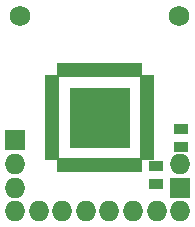
<source format=gbr>
G04 #@! TF.FileFunction,Soldermask,Top*
%FSLAX46Y46*%
G04 Gerber Fmt 4.6, Leading zero omitted, Abs format (unit mm)*
G04 Created by KiCad (PCBNEW 4.0.7) date 05/28/18 09:58:20*
%MOMM*%
%LPD*%
G01*
G04 APERTURE LIST*
%ADD10C,0.100000*%
%ADD11C,1.750000*%
%ADD12O,1.750000X1.750000*%
%ADD13R,1.750000X1.750000*%
%ADD14R,1.299160X0.648920*%
%ADD15R,0.648920X1.299160*%
%ADD16R,5.198060X5.198060*%
%ADD17R,1.300000X0.900000*%
G04 APERTURE END LIST*
D10*
D11*
X155194000Y-96393000D03*
D12*
X145344400Y-112935000D03*
X141344400Y-112935000D03*
X143344400Y-112935000D03*
X147344400Y-112935000D03*
X149344400Y-112935000D03*
X151344400Y-112935000D03*
X153344400Y-112935000D03*
X155344400Y-112935000D03*
D13*
X155321000Y-110972600D03*
D12*
X155321000Y-108972600D03*
D13*
X141351000Y-106934000D03*
D12*
X141351000Y-108934000D03*
X141351000Y-110934000D03*
D14*
X144452340Y-101754940D03*
X144452340Y-102255320D03*
X144452340Y-102755700D03*
X144452340Y-103256080D03*
X144452340Y-103753920D03*
X144452340Y-104254300D03*
X144452340Y-104754680D03*
X144452340Y-105252520D03*
X144452340Y-105752900D03*
X144452340Y-106253280D03*
X144452340Y-106751120D03*
X144452340Y-107251500D03*
X144452340Y-107751880D03*
X144452340Y-108252260D03*
D15*
X145252440Y-109052360D03*
X145752820Y-109052360D03*
X146253200Y-109052360D03*
X146753580Y-109052360D03*
X147251420Y-109052360D03*
X147751800Y-109052360D03*
X148252180Y-109052360D03*
X148750020Y-109052360D03*
X149250400Y-109052360D03*
X149750780Y-109052360D03*
X150248620Y-109052360D03*
X150749000Y-109052360D03*
X151249380Y-109052360D03*
X151749760Y-109052360D03*
D14*
X152549860Y-108252260D03*
X152549860Y-107751880D03*
X152549860Y-107251500D03*
X152549860Y-106751120D03*
X152549860Y-106253280D03*
X152549860Y-105752900D03*
X152549860Y-105252520D03*
X152549860Y-104754680D03*
X152549860Y-104254300D03*
X152549860Y-103753920D03*
X152549860Y-103256080D03*
X152549860Y-102755700D03*
X152549860Y-102255320D03*
X152549860Y-101754940D03*
D15*
X151749760Y-100954840D03*
X151249380Y-100954840D03*
X150749000Y-100954840D03*
X150248620Y-100954840D03*
X149750780Y-100954840D03*
X149250400Y-100954840D03*
X148750020Y-100954840D03*
X148252180Y-100954840D03*
X147751800Y-100954840D03*
X147251420Y-100954840D03*
X146753580Y-100954840D03*
X146253200Y-100954840D03*
X145752820Y-100954840D03*
X145252440Y-100954840D03*
D16*
X148501100Y-105003600D03*
D17*
X153289000Y-110630400D03*
X153289000Y-109130400D03*
X155371800Y-106006200D03*
X155371800Y-107506200D03*
D11*
X141732000Y-96393000D03*
M02*

</source>
